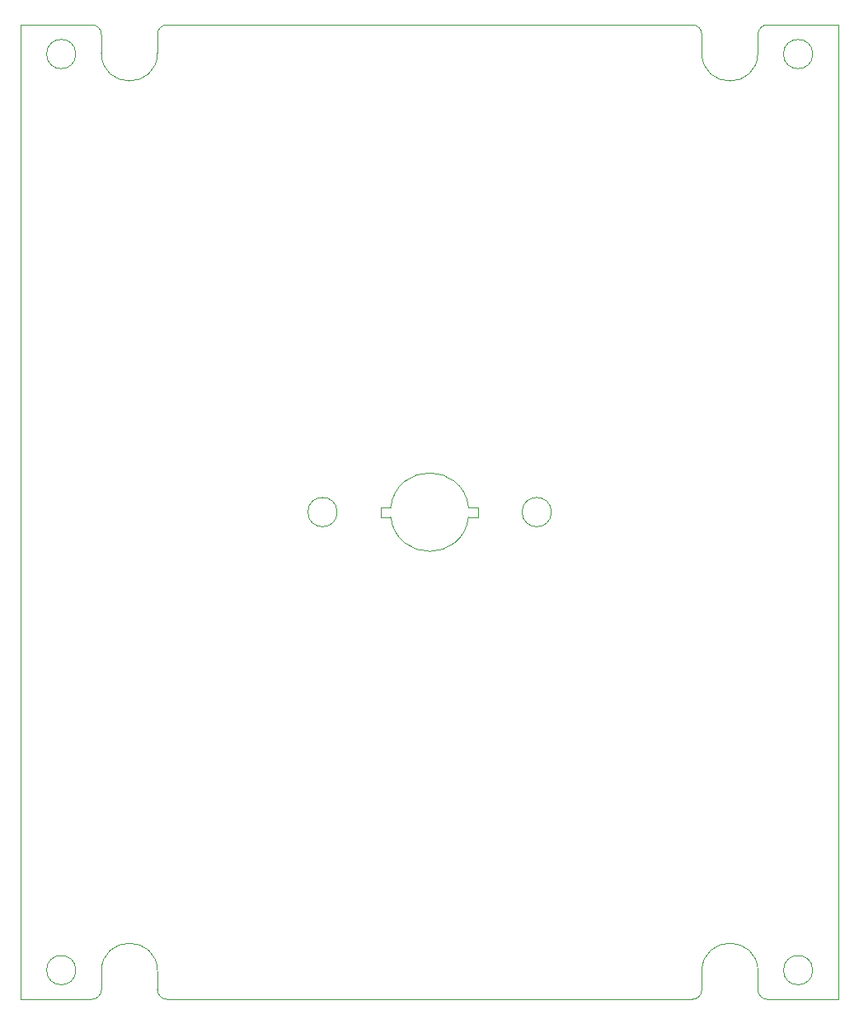
<source format=gm1>
%TF.GenerationSoftware,KiCad,Pcbnew,(5.1.9-0-10_14)*%
%TF.CreationDate,2022-02-18T16:15:46-06:00*%
%TF.ProjectId,OwlSat_Official,4f776c53-6174-45f4-9f66-66696369616c,4*%
%TF.SameCoordinates,Original*%
%TF.FileFunction,Profile,NP*%
%FSLAX46Y46*%
G04 Gerber Fmt 4.6, Leading zero omitted, Abs format (unit mm)*
G04 Created by KiCad (PCBNEW (5.1.9-0-10_14)) date 2022-02-18 16:15:46*
%MOMM*%
%LPD*%
G01*
G04 APERTURE LIST*
%TA.AperFunction,Profile*%
%ADD10C,0.050000*%
%TD*%
G04 APERTURE END LIST*
D10*
X152609999Y-95410001D02*
G75*
G02*
X144610001Y-95409999I-3999999J500001D01*
G01*
X143610000Y-95410000D02*
X144610000Y-95410000D01*
X143610000Y-94410000D02*
X143610000Y-95410000D01*
X144610001Y-94409999D02*
X143610000Y-94410000D01*
X144610002Y-94409999D02*
G75*
G02*
X152609999Y-94410001I3999998J-510001D01*
G01*
X153610000Y-95410000D02*
X152610000Y-95410000D01*
X153610000Y-94410000D02*
X152610000Y-94410000D01*
X153610000Y-94410000D02*
X153610000Y-95410000D01*
X139110000Y-94910000D02*
G75*
G03*
X139110000Y-94910000I-1500000J0D01*
G01*
X161110000Y-94910000D02*
G75*
G03*
X161110000Y-94910000I-1500000J0D01*
G01*
X121650000Y-44910000D02*
X175570000Y-44910000D01*
X106610000Y-44910000D02*
X113900000Y-44910000D01*
X183320000Y-44910000D02*
X190610000Y-44910000D01*
X176560000Y-47790000D02*
X176570000Y-45910000D01*
X175570000Y-44910000D02*
G75*
G02*
X176570000Y-45910000I0J-1000000D01*
G01*
X182320000Y-47790000D02*
G75*
G02*
X176560000Y-47790000I-2880000J0D01*
G01*
X182320000Y-45910000D02*
X182320000Y-47790000D01*
X182320000Y-45910000D02*
G75*
G02*
X183320000Y-44910000I1000000J0D01*
G01*
X114890000Y-47790000D02*
X114900000Y-45910000D01*
X113900000Y-44910000D02*
G75*
G02*
X114900000Y-45910000I0J-1000000D01*
G01*
X120650000Y-47790000D02*
G75*
G02*
X114890000Y-47790000I-2880000J0D01*
G01*
X120650000Y-45910000D02*
X120650000Y-47790000D01*
X120650000Y-45910000D02*
G75*
G02*
X121650000Y-44910000I1000000J0D01*
G01*
X113900000Y-144910000D02*
X106610000Y-144910000D01*
X175570000Y-144910000D02*
X121650000Y-144910000D01*
X190610000Y-144910000D02*
X183320000Y-144910000D01*
X182330000Y-142030000D02*
X182320000Y-143910000D01*
X183320000Y-144910000D02*
G75*
G02*
X182320000Y-143910000I0J1000000D01*
G01*
X176570000Y-142030000D02*
G75*
G02*
X182330000Y-142030000I2880000J0D01*
G01*
X176570000Y-143910000D02*
G75*
G02*
X175570000Y-144910000I-1000000J0D01*
G01*
X176570000Y-143910000D02*
X176570000Y-142030000D01*
X114900000Y-143910000D02*
X114900000Y-142030000D01*
X120660000Y-142030000D02*
X120650000Y-143910000D01*
X121650000Y-144910000D02*
G75*
G02*
X120650000Y-143910000I0J1000000D01*
G01*
X114900000Y-143910000D02*
G75*
G02*
X113900000Y-144910000I-1000000J0D01*
G01*
X114900000Y-142030000D02*
G75*
G02*
X120660000Y-142030000I2880000J0D01*
G01*
X187950000Y-141910000D02*
G75*
G03*
X187950000Y-141910000I-1500000J0D01*
G01*
X187950000Y-47910000D02*
G75*
G03*
X187950000Y-47910000I-1500000J0D01*
G01*
X112270000Y-47910000D02*
G75*
G03*
X112270000Y-47910000I-1500000J0D01*
G01*
X112270133Y-141910000D02*
G75*
G03*
X112270133Y-141910000I-1500133J0D01*
G01*
X106610000Y-144910000D02*
X106610000Y-44910000D01*
X190610000Y-44910000D02*
X190610000Y-144910000D01*
M02*

</source>
